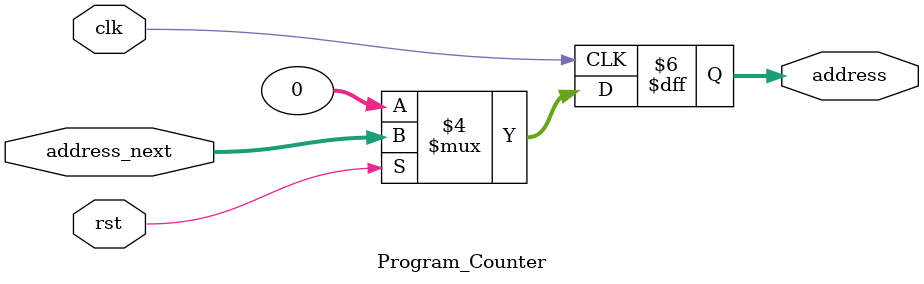
<source format=sv>
module Program_Counter(
	input clk,
	input rst,
	input [31:0] address_next,
	output reg [31:0] address
);

always @ (posedge clk)
	begin
		if (!rst)
			address <= 32'b0;
		else
			address <= address_next;
	end
endmodule
	
</source>
